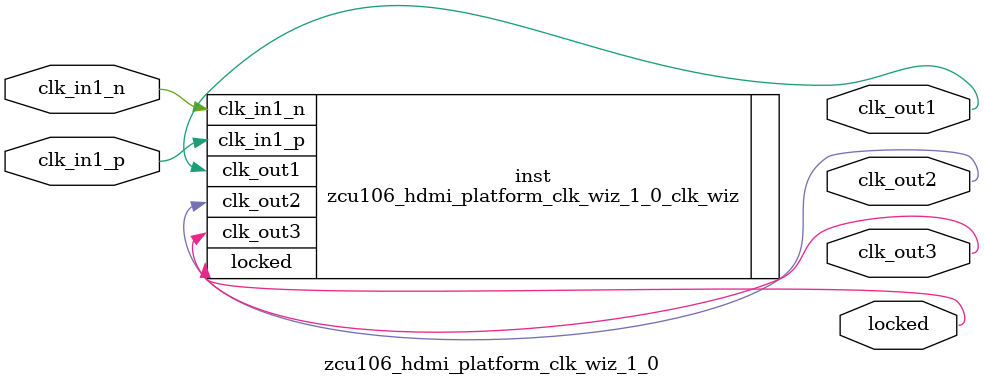
<source format=v>


`timescale 1ps/1ps

(* CORE_GENERATION_INFO = "zcu106_hdmi_platform_clk_wiz_1_0,clk_wiz_v6_0_0_0,{component_name=zcu106_hdmi_platform_clk_wiz_1_0,use_phase_alignment=true,use_min_o_jitter=false,use_max_i_jitter=false,use_dyn_phase_shift=false,use_inclk_switchover=false,use_dyn_reconfig=false,enable_axi=0,feedback_source=FDBK_AUTO,PRIMITIVE=MMCM,num_out_clk=3,clkin1_period=3.333,clkin2_period=10.0,use_power_down=false,use_reset=false,use_locked=true,use_inclk_stopped=false,feedback_type=SINGLE,CLOCK_MGR_TYPE=NA,manual_override=false}" *)

module zcu106_hdmi_platform_clk_wiz_1_0 
 (
  // Clock out ports
  output        clk_out1,
  output        clk_out2,
  output        clk_out3,
  // Status and control signals
  output        locked,
 // Clock in ports
  input         clk_in1_p,
  input         clk_in1_n
 );

  zcu106_hdmi_platform_clk_wiz_1_0_clk_wiz inst
  (
  // Clock out ports  
  .clk_out1(clk_out1),
  .clk_out2(clk_out2),
  .clk_out3(clk_out3),
  // Status and control signals               
  .locked(locked),
 // Clock in ports
  .clk_in1_p(clk_in1_p),
  .clk_in1_n(clk_in1_n)
  );

endmodule

</source>
